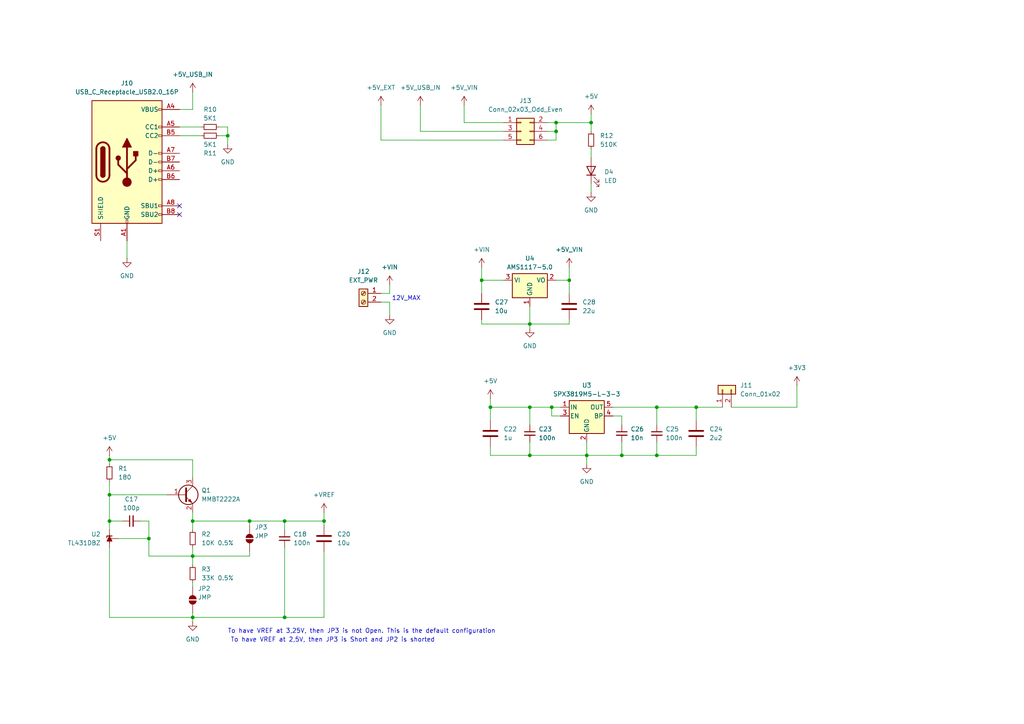
<source format=kicad_sch>
(kicad_sch (version 20231120) (generator "eeschema") (generator_version "8.0")
  (paper "A4")
  (lib_symbols
    (symbol "Connector:Screw_Terminal_01x02" (pin_names (offset 1.016) hide)
      (property "Reference" "J" (at 0 2.54 0))
      (property "Value" "Screw_Terminal_01x02" (at 0 -5.08 0))
      (symbol "Screw_Terminal_01x02_1_1"
        (rectangle (start -1.27 1.27) (end 1.27 -3.81) (stroke (width 0.254)) (fill (type background)))
        (circle (center 0 -2.54) (radius 0.635) (stroke (width 0.1524)))
        (polyline (pts (xy -0.5334 -2.2098) (xy 0.3302 -3.048)) (stroke (width 0.1524)))
        (polyline (pts (xy -0.5334 0.3302) (xy 0.3302 -0.508)) (stroke (width 0.1524)))
        (polyline (pts (xy -0.3556 -2.032) (xy 0.508 -2.8702)) (stroke (width 0.1524)))
        (polyline (pts (xy -0.3556 0.508) (xy 0.508 -0.3302)) (stroke (width 0.1524)))
        (circle (center 0 0) (radius 0.635) (stroke (width 0.1524)))
        (pin passive line (at -5.08 0 0) (length 3.81) (name "Pin_1") (number "1"))
        (pin passive line (at -5.08 -2.54 0) (length 3.81) (name "Pin_2") (number "2"))
      )
    )
    (symbol "Connector:USB_C_Receptacle_USB2.0_16P" (pin_names (offset 1.016))
      (property "Reference" "J" (at 0 22.225 0))
      (property "Value" "USB_C_Receptacle_USB2.0_16P" (at 0 19.685 0))
      (symbol "USB_C_Receptacle_USB2.0_16P_0_0"
        (rectangle (start -0.254 -17.78) (end 0.254 -16.764))
        (rectangle (start 10.16 -14.986) (end 9.144 -15.494))
        (rectangle (start 10.16 -12.446) (end 9.144 -12.954))
        (rectangle (start 10.16 -4.826) (end 9.144 -5.334))
        (rectangle (start 10.16 -2.286) (end 9.144 -2.794))
        (rectangle (start 10.16 0.254) (end 9.144 -0.254))
        (rectangle (start 10.16 2.794) (end 9.144 2.286))
        (rectangle (start 10.16 7.874) (end 9.144 7.366))
        (rectangle (start 10.16 10.414) (end 9.144 9.906))
        (rectangle (start 10.16 15.494) (end 9.144 14.986))
      )
      (symbol "USB_C_Receptacle_USB2.0_16P_0_1"
        (rectangle (start -10.16 17.78) (end 10.16 -17.78) (stroke (width 0.254)) (fill (type background)))
        (arc (start -8.89 -3.81) (mid -6.985 -5.7067) (end -5.08 -3.81) (stroke (width 0.508)))
        (arc (start -7.62 -3.81) (mid -6.985 -4.4423) (end -6.35 -3.81) (stroke (width 0.254)))
        (arc (start -7.62 -3.81) (mid -6.985 -4.4423) (end -6.35 -3.81) (stroke (width 0.254)) (fill (type outline)))
        (rectangle (start -7.62 -3.81) (end -6.35 3.81) (stroke (width 0.254)) (fill (type outline)))
        (arc (start -6.35 3.81) (mid -6.985 4.4423) (end -7.62 3.81) (stroke (width 0.254)))
        (arc (start -6.35 3.81) (mid -6.985 4.4423) (end -7.62 3.81) (stroke (width 0.254)) (fill (type outline)))
        (arc (start -5.08 3.81) (mid -6.985 5.7067) (end -8.89 3.81) (stroke (width 0.508)))
        (circle (center -2.54 1.143) (radius 0.635) (stroke (width 0.254)) (fill (type outline)))
        (circle (center 0 -5.842) (radius 1.27) (fill (type outline)))
        (polyline (pts (xy -8.89 -3.81) (xy -8.89 3.81)) (stroke (width 0.508)))
        (polyline (pts (xy -5.08 3.81) (xy -5.08 -3.81)) (stroke (width 0.508)))
        (polyline (pts (xy 0 -5.842) (xy 0 4.318)) (stroke (width 0.508)))
        (polyline (pts (xy 0 -3.302) (xy -2.54 -0.762) (xy -2.54 0.508)) (stroke (width 0.508)))
        (polyline (pts (xy 0 -2.032) (xy 2.54 0.508) (xy 2.54 1.778)) (stroke (width 0.508)))
        (polyline (pts (xy -1.27 4.318) (xy 0 6.858) (xy 1.27 4.318) (xy -1.27 4.318)) (stroke (width 0.254)) (fill (type outline)))
        (rectangle (start 1.905 1.778) (end 3.175 3.048) (stroke (width 0.254)) (fill (type outline)))
      )
      (symbol "USB_C_Receptacle_USB2.0_16P_1_1"
        (pin passive line (at 0 -22.86 90) (length 5.08) (name "GND") (number "A1"))
        (pin passive line (at 0 -22.86 90) (length 5.08) hide (name "GND") (number "A12"))
        (pin passive line (at 15.24 15.24 180) (length 5.08) (name "VBUS") (number "A4"))
        (pin bidirectional line (at 15.24 10.16 180) (length 5.08) (name "CC1") (number "A5"))
        (pin bidirectional line (at 15.24 -2.54 180) (length 5.08) (name "D+") (number "A6"))
        (pin bidirectional line (at 15.24 2.54 180) (length 5.08) (name "D-") (number "A7"))
        (pin bidirectional line (at 15.24 -12.7 180) (length 5.08) (name "SBU1") (number "A8"))
        (pin passive line (at 15.24 15.24 180) (length 5.08) hide (name "VBUS") (number "A9"))
        (pin passive line (at 0 -22.86 90) (length 5.08) hide (name "GND") (number "B1"))
        (pin passive line (at 0 -22.86 90) (length 5.08) hide (name "GND") (number "B12"))
        (pin passive line (at 15.24 15.24 180) (length 5.08) hide (name "VBUS") (number "B4"))
        (pin bidirectional line (at 15.24 7.62 180) (length 5.08) (name "CC2") (number "B5"))
        (pin bidirectional line (at 15.24 -5.08 180) (length 5.08) (name "D+") (number "B6"))
        (pin bidirectional line (at 15.24 0 180) (length 5.08) (name "D-") (number "B7"))
        (pin bidirectional line (at 15.24 -15.24 180) (length 5.08) (name "SBU2") (number "B8"))
        (pin passive line (at 15.24 15.24 180) (length 5.08) hide (name "VBUS") (number "B9"))
        (pin passive line (at -7.62 -22.86 90) (length 5.08) (name "SHIELD") (number "S1"))
      )
    )
    (symbol "Connector_Generic:Conn_01x02" (pin_names (offset 1.016) hide)
      (property "Reference" "J" (at 0 2.54 0))
      (property "Value" "Conn_01x02" (at 0 -5.08 0))
      (symbol "Conn_01x02_1_1"
        (rectangle (start -1.27 -2.413) (end 0 -2.667) (stroke (width 0.1524)))
        (rectangle (start -1.27 0.127) (end 0 -0.127) (stroke (width 0.1524)))
        (rectangle (start -1.27 1.27) (end 1.27 -3.81) (stroke (width 0.254)) (fill (type background)))
        (pin passive line (at -5.08 0 0) (length 3.81) (name "Pin_1") (number "1"))
        (pin passive line (at -5.08 -2.54 0) (length 3.81) (name "Pin_2") (number "2"))
      )
    )
    (symbol "Connector_Generic:Conn_02x03_Odd_Even" (pin_names (offset 1.016) hide)
      (property "Reference" "J" (at 1.27 5.08 0))
      (property "Value" "Conn_02x03_Odd_Even" (at 1.27 -5.08 0))
      (symbol "Conn_02x03_Odd_Even_1_1"
        (rectangle (start -1.27 -2.413) (end 0 -2.667) (stroke (width 0.1524)))
        (rectangle (start -1.27 0.127) (end 0 -0.127) (stroke (width 0.1524)))
        (rectangle (start -1.27 2.667) (end 0 2.413) (stroke (width 0.1524)))
        (rectangle (start -1.27 3.81) (end 3.81 -3.81) (stroke (width 0.254)) (fill (type background)))
        (rectangle (start 3.81 -2.413) (end 2.54 -2.667) (stroke (width 0.1524)))
        (rectangle (start 3.81 0.127) (end 2.54 -0.127) (stroke (width 0.1524)))
        (rectangle (start 3.81 2.667) (end 2.54 2.413) (stroke (width 0.1524)))
        (pin passive line (at -5.08 2.54 0) (length 3.81) (name "Pin_1") (number "1"))
        (pin passive line (at 7.62 2.54 180) (length 3.81) (name "Pin_2") (number "2"))
        (pin passive line (at -5.08 0 0) (length 3.81) (name "Pin_3") (number "3"))
        (pin passive line (at 7.62 0 180) (length 3.81) (name "Pin_4") (number "4"))
        (pin passive line (at -5.08 -2.54 0) (length 3.81) (name "Pin_5") (number "5"))
        (pin passive line (at 7.62 -2.54 180) (length 3.81) (name "Pin_6") (number "6"))
      )
    )
    (symbol "Device:C" (pin_numbers hide) (pin_names (offset 0.254))
      (property "Reference" "C" (at 0.635 2.54 0))
      (property "Value" "C" (at 0.635 -2.54 0))
      (symbol "C_0_1"
        (polyline (pts (xy -2.032 -0.762) (xy 2.032 -0.762)) (stroke (width 0.508)))
        (polyline (pts (xy -2.032 0.762) (xy 2.032 0.762)) (stroke (width 0.508)))
      )
      (symbol "C_1_1"
        (pin passive line (at 0 3.81 270) (length 2.794) (name "~") (number "1"))
        (pin passive line (at 0 -3.81 90) (length 2.794) (name "~") (number "2"))
      )
    )
    (symbol "Device:C_Small" (pin_numbers hide) (pin_names (offset 0.254) hide)
      (property "Reference" "C" (at 0.254 1.778 0))
      (property "Value" "C_Small" (at 0.254 -2.032 0))
      (symbol "C_Small_0_1"
        (polyline (pts (xy -1.524 -0.508) (xy 1.524 -0.508)) (stroke (width 0.3302)))
        (polyline (pts (xy -1.524 0.508) (xy 1.524 0.508)) (stroke (width 0.3048)))
      )
      (symbol "C_Small_1_1"
        (pin passive line (at 0 2.54 270) (length 2.032) (name "~") (number "1"))
        (pin passive line (at 0 -2.54 90) (length 2.032) (name "~") (number "2"))
      )
    )
    (symbol "Device:LED" (pin_numbers hide) (pin_names (offset 1.016) hide)
      (property "Reference" "D" (at 0 2.54 0))
      (property "Value" "LED" (at 0 -2.54 0))
      (symbol "LED_0_1"
        (polyline (pts (xy -1.27 -1.27) (xy -1.27 1.27)) (stroke (width 0.254)))
        (polyline (pts (xy -1.27 0) (xy 1.27 0)))
        (polyline (pts (xy 1.27 -1.27) (xy 1.27 1.27) (xy -1.27 0) (xy 1.27 -1.27)) (stroke (width 0.254)))
        (polyline (pts (xy -3.048 -0.762) (xy -4.572 -2.286) (xy -3.81 -2.286) (xy -4.572 -2.286) (xy -4.572 -1.524)))
        (polyline (pts (xy -1.778 -0.762) (xy -3.302 -2.286) (xy -2.54 -2.286) (xy -3.302 -2.286) (xy -3.302 -1.524)))
      )
      (symbol "LED_1_1"
        (pin passive line (at -3.81 0 0) (length 2.54) (name "K") (number "1"))
        (pin passive line (at 3.81 0 180) (length 2.54) (name "A") (number "2"))
      )
    )
    (symbol "Device:R_Small" (pin_numbers hide) (pin_names (offset 0.254) hide)
      (property "Reference" "R" (at 0.762 0.508 0))
      (property "Value" "R_Small" (at 0.762 -1.016 0))
      (symbol "R_Small_0_1"
        (rectangle (start -0.762 1.778) (end 0.762 -1.778) (stroke (width 0.2032)))
      )
      (symbol "R_Small_1_1"
        (pin passive line (at 0 2.54 270) (length 0.762) (name "~") (number "1"))
        (pin passive line (at 0 -2.54 90) (length 0.762) (name "~") (number "2"))
      )
    )
    (symbol "Jumper:SolderJumper_2_Open" (pin_numbers hide) (pin_names (offset 0) hide) (exclude_from_sim yes) (in_bom no)
      (property "Reference" "JP" (at 0 2.032 0))
      (property "Value" "SolderJumper_2_Open" (at 0 -2.54 0))
      (symbol "SolderJumper_2_Open_0_1"
        (arc (start -0.254 1.016) (mid -1.2656 0) (end -0.254 -1.016))
        (arc (start -0.254 1.016) (mid -1.2656 0) (end -0.254 -1.016) (fill (type outline)))
        (polyline (pts (xy -0.254 1.016) (xy -0.254 -1.016)))
        (polyline (pts (xy 0.254 1.016) (xy 0.254 -1.016)))
        (arc (start 0.254 -1.016) (mid 1.2656 0) (end 0.254 1.016))
        (arc (start 0.254 -1.016) (mid 1.2656 0) (end 0.254 1.016) (fill (type outline)))
      )
      (symbol "SolderJumper_2_Open_1_1"
        (pin passive line (at -3.81 0 0) (length 2.54) (name "A") (number "1"))
        (pin passive line (at 3.81 0 180) (length 2.54) (name "B") (number "2"))
      )
    )
    (symbol "Reference_Voltage:TL431DBZ" (pin_numbers hide) (pin_names hide)
      (property "Reference" "U" (at -2.54 2.54 0))
      (property "Value" "TL431DBZ" (at 0 -2.54 0))
      (symbol "TL431DBZ_0_1"
        (polyline (pts (xy -1.27 0) (xy 0 0) (xy 1.27 0)))
        (polyline (pts (xy -0.762 -0.762) (xy -0.762 0.762) (xy 0.762 0) (xy -0.762 -0.762)) (fill (type outline)))
        (polyline (pts (xy 0.254 -0.762) (xy 0.762 -0.762) (xy 0.762 0.762) (xy 0.762 0.762)) (stroke (width 0.254)))
      )
      (symbol "TL431DBZ_1_1"
        (pin passive line (at 2.54 0 180) (length 2.54) (name "K") (number "1"))
        (pin passive line (at 0 2.54 270) (length 2.54) (name "REF") (number "2"))
        (pin passive line (at -2.54 0 0) (length 2.54) (name "A") (number "3"))
      )
    )
    (symbol "Regulator_Linear:AMS1117-5.0"
      (property "Reference" "U" (at -3.81 3.175 0))
      (property "Value" "AMS1117-5.0" (at 0 3.175 0))
      (symbol "AMS1117-5.0_0_1"
        (rectangle (start -5.08 -5.08) (end 5.08 1.905) (stroke (width 0.254)) (fill (type background)))
      )
      (symbol "AMS1117-5.0_1_1"
        (pin power_in line (at 0 -7.62 90) (length 2.54) (name "GND") (number "1"))
        (pin power_out line (at 7.62 0 180) (length 2.54) (name "VO") (number "2"))
        (pin power_in line (at -7.62 0 0) (length 2.54) (name "VI") (number "3"))
      )
    )
    (symbol "Regulator_Linear:SPX3819M5-L-3-3" (pin_names (offset 0.254))
      (property "Reference" "U" (at -3.81 5.715 0))
      (property "Value" "SPX3819M5-L-3-3" (at 0 5.715 0))
      (symbol "SPX3819M5-L-3-3_0_1"
        (rectangle (start -5.08 4.445) (end 5.08 -5.08) (stroke (width 0.254)) (fill (type background)))
      )
      (symbol "SPX3819M5-L-3-3_1_1"
        (pin power_in line (at -7.62 2.54 0) (length 2.54) (name "IN") (number "1"))
        (pin power_in line (at 0 -7.62 90) (length 2.54) (name "GND") (number "2"))
        (pin input line (at -7.62 0 0) (length 2.54) (name "EN") (number "3"))
        (pin input line (at 7.62 0 180) (length 2.54) (name "BP") (number "4"))
        (pin power_out line (at 7.62 2.54 180) (length 2.54) (name "OUT") (number "5"))
      )
    )
    (symbol "Transistor_BJT:MMBT2222A" (pin_names (offset 0) hide)
      (property "Reference" "Q" (at 5.08 1.905 0))
      (property "Value" "MMBT2222A" (at 5.08 0 0))
      (symbol "MMBT2222A_0_1"
        (polyline (pts (xy 0.635 0.635) (xy 2.54 2.54)))
        (polyline (pts (xy 0.635 -0.635) (xy 2.54 -2.54) (xy 2.54 -2.54)))
        (polyline (pts (xy 0.635 1.905) (xy 0.635 -1.905) (xy 0.635 -1.905)) (stroke (width 0.508)))
        (polyline (pts (xy 1.27 -1.778) (xy 1.778 -1.27) (xy 2.286 -2.286) (xy 1.27 -1.778) (xy 1.27 -1.778)) (fill (type outline)))
        (circle (center 1.27 0) (radius 2.8194) (stroke (width 0.254)))
      )
      (symbol "MMBT2222A_1_1"
        (pin input line (at -5.08 0 0) (length 5.715) (name "B") (number "1"))
        (pin passive line (at 2.54 -5.08 90) (length 2.54) (name "E") (number "2"))
        (pin passive line (at 2.54 5.08 270) (length 2.54) (name "C") (number "3"))
      )
    )
    (symbol "power:+3V3" (power) (pin_numbers hide) (pin_names (offset 0) hide)
      (property "Value" "+3V3" (at 0 3.556 0))
      (symbol "+3V3_0_1"
        (polyline (pts (xy -0.762 1.27) (xy 0 2.54)))
        (polyline (pts (xy 0 0) (xy 0 2.54)))
        (polyline (pts (xy 0 2.54) (xy 0.762 1.27)))
      )
      (symbol "+3V3_1_1"
        (pin power_in line (at 0 0 90) (length 0) (name "~") (number "1"))
      )
    )
    (symbol "power:+5V" (power) (pin_numbers hide) (pin_names (offset 0) hide)
      (property "Value" "+5V" (at 0 3.556 0))
      (symbol "+5V_0_1"
        (polyline (pts (xy -0.762 1.27) (xy 0 2.54)))
        (polyline (pts (xy 0 0) (xy 0 2.54)))
        (polyline (pts (xy 0 2.54) (xy 0.762 1.27)))
      )
      (symbol "+5V_1_1"
        (pin power_in line (at 0 0 90) (length 0) (name "~") (number "1"))
      )
    )
    (symbol "power:GND" (power) (pin_numbers hide) (pin_names (offset 0) hide)
      (property "Value" "GND" (at 0 -3.81 0))
      (symbol "GND_0_1"
        (polyline (pts (xy 0 0) (xy 0 -1.27) (xy 1.27 -1.27) (xy 0 -2.54) (xy -1.27 -1.27) (xy 0 -1.27)))
      )
      (symbol "GND_1_1"
        (pin power_in line (at 0 0 270) (length 0) (name "~") (number "1"))
      )
    )
  )
  (junction (at 43.18 156.21))
  (junction (at 161.29 35.56))
  (junction (at 180.34 132.08))
  (junction (at 170.18 132.08))
  (junction (at 165.1 81.28))
  (junction (at 160.02 118.11))
  (junction (at 55.88 151.13))
  (junction (at 142.24 118.11))
  (junction (at 82.55 151.13))
  (junction (at 31.75 133.35))
  (junction (at 171.45 35.56))
  (junction (at 139.7 81.28))
  (junction (at 31.75 143.51))
  (junction (at 66.04 39.37))
  (junction (at 190.5 132.08))
  (junction (at 201.93 118.11))
  (junction (at 153.67 93.98))
  (junction (at 55.88 179.07))
  (junction (at 190.5 118.11))
  (junction (at 72.39 151.13))
  (junction (at 93.98 151.13))
  (junction (at 153.67 132.08))
  (junction (at 153.67 118.11))
  (junction (at 31.75 151.13))
  (junction (at 55.88 161.29))
  (junction (at 161.29 38.1))
  (junction (at 82.55 179.07))
  (no_connect (at 52.07 59.69))
  (no_connect (at 52.07 62.23))
  (wire (pts (xy 55.88 161.29) (xy 55.88 163.83)))
  (wire (pts (xy 113.03 85.09) (xy 113.03 82.55)))
  (wire (pts (xy 231.14 118.11) (xy 212.09 118.11)))
  (wire (pts (xy 34.29 156.21) (xy 43.18 156.21)))
  (wire (pts (xy 231.14 111.76) (xy 231.14 118.11)))
  (wire (pts (xy 139.7 93.98) (xy 153.67 93.98)))
  (wire (pts (xy 139.7 77.47) (xy 139.7 81.28)))
  (wire (pts (xy 31.75 151.13) (xy 35.56 151.13)))
  (wire (pts (xy 171.45 43.18) (xy 171.45 45.72)))
  (wire (pts (xy 153.67 132.08) (xy 170.18 132.08)))
  (wire (pts (xy 161.29 35.56) (xy 171.45 35.56)))
  (wire (pts (xy 170.18 132.08) (xy 180.34 132.08)))
  (wire (pts (xy 170.18 132.08) (xy 170.18 134.62)))
  (wire (pts (xy 146.05 81.28) (xy 139.7 81.28)))
  (wire (pts (xy 58.42 39.37) (xy 52.07 39.37)))
  (wire (pts (xy 190.5 132.08) (xy 201.93 132.08)))
  (wire (pts (xy 82.55 153.67) (xy 82.55 151.13)))
  (wire (pts (xy 58.42 36.83) (xy 52.07 36.83)))
  (wire (pts (xy 31.75 143.51) (xy 48.26 143.51)))
  (wire (pts (xy 139.7 92.71) (xy 139.7 93.98)))
  (wire (pts (xy 139.7 81.28) (xy 139.7 85.09)))
  (wire (pts (xy 160.02 118.11) (xy 153.67 118.11)))
  (wire (pts (xy 43.18 151.13) (xy 40.64 151.13)))
  (wire (pts (xy 55.88 180.34) (xy 55.88 179.07)))
  (wire (pts (xy 43.18 161.29) (xy 55.88 161.29)))
  (wire (pts (xy 31.75 139.7) (xy 31.75 143.51)))
  (wire (pts (xy 82.55 158.75) (xy 82.55 179.07)))
  (wire (pts (xy 93.98 148.59) (xy 93.98 151.13)))
  (wire (pts (xy 142.24 129.54) (xy 142.24 132.08)))
  (wire (pts (xy 190.5 118.11) (xy 190.5 123.19)))
  (wire (pts (xy 55.88 151.13) (xy 72.39 151.13)))
  (wire (pts (xy 165.1 81.28) (xy 165.1 85.09)))
  (wire (pts (xy 55.88 161.29) (xy 72.39 161.29)))
  (wire (pts (xy 31.75 151.13) (xy 31.75 153.67)))
  (wire (pts (xy 161.29 81.28) (xy 165.1 81.28)))
  (wire (pts (xy 158.75 40.64) (xy 161.29 40.64)))
  (wire (pts (xy 121.92 38.1) (xy 146.05 38.1)))
  (wire (pts (xy 31.75 158.75) (xy 31.75 179.07)))
  (wire (pts (xy 93.98 152.4) (xy 93.98 151.13)))
  (wire (pts (xy 160.02 120.65) (xy 160.02 118.11)))
  (wire (pts (xy 36.83 69.85) (xy 36.83 74.93)))
  (wire (pts (xy 142.24 118.11) (xy 142.24 121.92)))
  (wire (pts (xy 162.56 120.65) (xy 160.02 120.65)))
  (wire (pts (xy 82.55 179.07) (xy 93.98 179.07)))
  (wire (pts (xy 177.8 118.11) (xy 190.5 118.11)))
  (wire (pts (xy 201.93 118.11) (xy 209.55 118.11)))
  (wire (pts (xy 142.24 132.08) (xy 153.67 132.08)))
  (wire (pts (xy 55.88 170.18) (xy 55.88 168.91)))
  (wire (pts (xy 153.67 93.98) (xy 165.1 93.98)))
  (wire (pts (xy 153.67 118.11) (xy 142.24 118.11)))
  (wire (pts (xy 43.18 156.21) (xy 43.18 161.29)))
  (wire (pts (xy 153.67 128.27) (xy 153.67 132.08)))
  (wire (pts (xy 72.39 152.4) (xy 72.39 151.13)))
  (wire (pts (xy 93.98 151.13) (xy 82.55 151.13)))
  (wire (pts (xy 31.75 143.51) (xy 31.75 151.13)))
  (wire (pts (xy 153.67 93.98) (xy 153.67 95.25)))
  (wire (pts (xy 153.67 88.9) (xy 153.67 93.98)))
  (wire (pts (xy 180.34 120.65) (xy 177.8 120.65)))
  (wire (pts (xy 63.5 39.37) (xy 66.04 39.37)))
  (wire (pts (xy 55.88 133.35) (xy 55.88 138.43)))
  (wire (pts (xy 93.98 160.02) (xy 93.98 179.07)))
  (wire (pts (xy 134.62 35.56) (xy 146.05 35.56)))
  (wire (pts (xy 63.5 36.83) (xy 66.04 36.83)))
  (wire (pts (xy 162.56 118.11) (xy 160.02 118.11)))
  (wire (pts (xy 110.49 30.48) (xy 110.49 40.64)))
  (wire (pts (xy 171.45 35.56) (xy 171.45 33.02)))
  (wire (pts (xy 201.93 118.11) (xy 201.93 121.92)))
  (wire (pts (xy 31.75 179.07) (xy 55.88 179.07)))
  (wire (pts (xy 134.62 30.48) (xy 134.62 35.56)))
  (wire (pts (xy 31.75 133.35) (xy 31.75 134.62)))
  (wire (pts (xy 82.55 151.13) (xy 72.39 151.13)))
  (wire (pts (xy 153.67 118.11) (xy 153.67 123.19)))
  (wire (pts (xy 161.29 40.64) (xy 161.29 38.1)))
  (wire (pts (xy 121.92 30.48) (xy 121.92 38.1)))
  (wire (pts (xy 171.45 35.56) (xy 171.45 38.1)))
  (wire (pts (xy 55.88 179.07) (xy 82.55 179.07)))
  (wire (pts (xy 52.07 31.75) (xy 55.88 31.75)))
  (wire (pts (xy 170.18 128.27) (xy 170.18 132.08)))
  (wire (pts (xy 66.04 36.83) (xy 66.04 39.37)))
  (wire (pts (xy 190.5 118.11) (xy 201.93 118.11)))
  (wire (pts (xy 110.49 85.09) (xy 113.03 85.09)))
  (wire (pts (xy 201.93 129.54) (xy 201.93 132.08)))
  (wire (pts (xy 110.49 40.64) (xy 146.05 40.64)))
  (wire (pts (xy 171.45 53.34) (xy 171.45 55.88)))
  (wire (pts (xy 66.04 39.37) (xy 66.04 41.91)))
  (wire (pts (xy 31.75 132.08) (xy 31.75 133.35)))
  (wire (pts (xy 113.03 87.63) (xy 113.03 91.44)))
  (wire (pts (xy 180.34 128.27) (xy 180.34 132.08)))
  (wire (pts (xy 142.24 115.57) (xy 142.24 118.11)))
  (wire (pts (xy 165.1 92.71) (xy 165.1 93.98)))
  (wire (pts (xy 110.49 87.63) (xy 113.03 87.63)))
  (wire (pts (xy 55.88 151.13) (xy 55.88 153.67)))
  (wire (pts (xy 158.75 35.56) (xy 161.29 35.56)))
  (wire (pts (xy 161.29 38.1) (xy 161.29 35.56)))
  (wire (pts (xy 180.34 123.19) (xy 180.34 120.65)))
  (wire (pts (xy 55.88 148.59) (xy 55.88 151.13)))
  (wire (pts (xy 55.88 31.75) (xy 55.88 26.67)))
  (wire (pts (xy 72.39 161.29) (xy 72.39 160.02)))
  (wire (pts (xy 158.75 38.1) (xy 161.29 38.1)))
  (wire (pts (xy 180.34 132.08) (xy 190.5 132.08)))
  (wire (pts (xy 55.88 179.07) (xy 55.88 177.8)))
  (wire (pts (xy 165.1 77.47) (xy 165.1 81.28)))
  (wire (pts (xy 31.75 133.35) (xy 55.88 133.35)))
  (wire (pts (xy 55.88 158.75) (xy 55.88 161.29)))
  (wire (pts (xy 190.5 128.27) (xy 190.5 132.08)))
  (wire (pts (xy 43.18 156.21) (xy 43.18 151.13)))
  (text "To have VREF at 2,5V, then JP3 is Short and JP2 is shorted" (at 96.52 185.674 0) (effects (font (size 1.27 1.27))))
  (text "To have VREF at 3,25V, then JP3 is not Open. This is the default configuration" (at 104.902 183.134 0) (effects (font (size 1.27 1.27))))
  (text "12V_MAX" (at 117.856 86.614 0) (effects (font (size 1.27 1.27))))
  (symbol (lib_id "Device:R_Small") (at 60.96 36.83 90) (unit 1)
    (property "Reference" "R10" (at 60.96 31.75 90))
    (property "Value" "5K1" (at 60.96 34.29 90))
    (property "Footprint" "Resistor_SMD:R_0603_1608Metric" (effects (hide yes)))
    (property "Description" "Resistor, small symbol" (effects (hide yes)))
  )
  (symbol (lib_id "power:+5V") (at 55.88 26.67 0) (unit 1)
    (property "Reference" "#PWR059" (effects (hide yes)))
    (property "Value" "+5V_USB_IN" (at 55.88 21.59 0))
    (property "Description" "Power symbol creates a global label with name \"+5V\"" (effects (hide yes)))
  )
  (symbol (lib_id "power:+5V") (at 139.7 77.47 0) (unit 1)
    (property "Reference" "#PWR053" (effects (hide yes)))
    (property "Value" "+VIN" (at 139.7 72.39 0))
    (property "Description" "Power symbol creates a global label with name \"+5V\"" (effects (hide yes)))
  )
  (symbol (lib_id "Jumper:SolderJumper_2_Open") (at 55.88 173.99 90) (unit 1) (exclude_from_sim yes) (in_bom no)
    (property "Reference" "JP2" (at 57.404 170.688 90) (effects (justify right)))
    (property "Value" "JMP" (at 57.404 173.228 90) (effects (justify right)))
    (property "Footprint" "Jumper:SolderJumper-2_P1.3mm_Open_RoundedPad1.0x1.5mm" (effects (hide yes)))
    (property "Description" "Solder Jumper, 2-pole, open" (effects (hide yes)))
  )
  (symbol (lib_id "Connector_Generic:Conn_02x03_Odd_Even") (at 151.13 38.1 0) (unit 1)
    (property "Reference" "J13" (at 152.4 29.21 0))
    (property "Value" "Conn_02x03_Odd_Even" (at 152.4 31.75 0))
    (property "Footprint" "Connector_PinHeader_2.54mm:PinHeader_2x03_P2.54mm_Vertical" (effects (hide yes)))
    (property "Description" "Generic connector, double row, 02x03, odd/even pin numbering scheme (row 1 odd numbers, row 2 even numbers), script generated (kicad-library-utils/schlib/autogen/connector/)" (effects (hide yes)))
  )
  (symbol (lib_id "power:GND") (at 170.18 134.62 0) (unit 1)
    (property "Reference" "#PWR048" (effects (hide yes)))
    (property "Value" "GND" (at 170.18 139.7 0))
    (property "Description" "Power symbol creates a global label with name \"GND\" , ground" (effects (hide yes)))
  )
  (symbol (lib_id "Device:C_Small") (at 38.1 151.13 90) (unit 1)
    (property "Reference" "C17" (at 38.1063 144.78 90))
    (property "Value" "100p" (at 38.1063 147.32 90))
    (property "Footprint" "Capacitor_SMD:C_0603_1608Metric" (effects (hide yes)))
    (property "Description" "Unpolarized capacitor, small symbol" (effects (hide yes)))
  )
  (symbol (lib_id "Connector_Generic:Conn_01x02") (at 209.55 113.03 90) (unit 1)
    (property "Reference" "J11" (at 214.63 111.7599 90) (effects (justify right)))
    (property "Value" "Conn_01x02" (at 214.63 114.2999 90) (effects (justify right)))
    (property "Footprint" "Connector_PinHeader_2.54mm:PinHeader_1x02_P2.54mm_Vertical" (effects (hide yes)))
    (property "Description" "Generic connector, single row, 01x02, script generated (kicad-library-utils/schlib/autogen/connector/)" (effects (hide yes)))
  )
  (symbol (lib_id "Device:C") (at 165.1 88.9 0) (unit 1)
    (property "Reference" "C28" (at 168.91 87.6299 0) (effects (justify left)))
    (property "Value" "22u" (at 168.91 90.1699 0) (effects (justify left)))
    (property "Footprint" "Capacitor_SMD:C_0805_2012Metric" (effects (hide yes)))
    (property "Description" "Unpolarized capacitor" (effects (hide yes)))
  )
  (symbol (lib_id "Device:R_Small") (at 31.75 137.16 0) (unit 1)
    (property "Reference" "R1" (at 34.29 135.8899 0) (effects (justify left)))
    (property "Value" "180" (at 34.29 138.4299 0) (effects (justify left)))
    (property "Footprint" "Resistor_SMD:R_0603_1608Metric" (effects (hide yes)))
    (property "Description" "Resistor, small symbol" (effects (hide yes)))
  )
  (symbol (lib_id "Device:C_Small") (at 82.55 156.21 180) (unit 1)
    (property "Reference" "C18" (at 85.09 154.9335 0) (effects (justify right)))
    (property "Value" "100n" (at 85.09 157.4735 0) (effects (justify right)))
    (property "Footprint" "Capacitor_SMD:C_0603_1608Metric" (effects (hide yes)))
    (property "Description" "Unpolarized capacitor, small symbol" (effects (hide yes)))
  )
  (symbol (lib_id "Connector:USB_C_Receptacle_USB2.0_16P") (at 36.83 46.99 0) (unit 1)
    (property "Reference" "J10" (at 36.83 24.13 0))
    (property "Value" "USB_C_Receptacle_USB2.0_16P" (at 36.83 26.67 0))
    (property "Footprint" "Connector_USB:USB_C_Receptacle_G-Switch_GT-USB-7010ASV" (effects (hide yes)))
    (property "Datasheet" "https://www.usb.org/sites/default/files/documents/usb_type-c.zip" (effects (hide yes)))
    (property "Description" "USB 2.0-only 16P Type-C Receptacle connector" (effects (hide yes)))
  )
  (symbol (lib_id "Connector:Screw_Terminal_01x02") (at 105.41 85.09 0) (mirror y) (unit 1)
    (property "Reference" "J12" (at 105.41 78.74 0))
    (property "Value" "EXT_PWR" (at 105.41 81.28 0))
    (property "Footprint" "TerminalBlock:TerminalBlock_bornier-2_P5.08mm" (effects (hide yes)))
    (property "Description" "Generic screw terminal, single row, 01x02, script generated (kicad-library-utils/schlib/autogen/connector/)" (effects (hide yes)))
  )
  (symbol (lib_id "power:+5V") (at 134.62 30.48 0) (unit 1)
    (property "Reference" "#PWR057" (effects (hide yes)))
    (property "Value" "+5V_VIN" (at 134.62 25.4 0))
    (property "Description" "Power symbol creates a global label with name \"+5V\"" (effects (hide yes)))
  )
  (symbol (lib_id "power:+5V") (at 171.45 33.02 0) (unit 1)
    (property "Reference" "#PWR054" (effects (hide yes)))
    (property "Value" "+5V" (at 171.45 27.94 0))
    (property "Description" "Power symbol creates a global label with name \"+5V\"" (effects (hide yes)))
  )
  (symbol (lib_id "Device:C_Small") (at 180.34 125.73 0) (unit 1)
    (property "Reference" "C26" (at 182.88 124.4662 0) (effects (justify left)))
    (property "Value" "10n" (at 182.88 127.0062 0) (effects (justify left)))
    (property "Footprint" "Capacitor_SMD:C_0603_1608Metric" (effects (hide yes)))
    (property "Description" "Unpolarized capacitor, small symbol" (effects (hide yes)))
  )
  (symbol (lib_id "Device:C") (at 139.7 88.9 0) (unit 1)
    (property "Reference" "C27" (at 143.51 87.6299 0) (effects (justify left)))
    (property "Value" "10u" (at 143.51 90.1699 0) (effects (justify left)))
    (property "Footprint" "Capacitor_SMD:C_0805_2012Metric" (effects (hide yes)))
    (property "Description" "Unpolarized capacitor" (effects (hide yes)))
  )
  (symbol (lib_id "Device:C_Small") (at 190.5 125.73 0) (unit 1)
    (property "Reference" "C25" (at 193.04 124.4662 0) (effects (justify left)))
    (property "Value" "100n" (at 193.04 127.0062 0) (effects (justify left)))
    (property "Footprint" "Capacitor_SMD:C_0603_1608Metric" (effects (hide yes)))
    (property "Description" "Unpolarized capacitor, small symbol" (effects (hide yes)))
  )
  (symbol (lib_id "power:GND") (at 66.04 41.91 0) (unit 1)
    (property "Reference" "#PWR047" (effects (hide yes)))
    (property "Value" "GND" (at 66.04 46.99 0))
    (property "Description" "Power symbol creates a global label with name \"GND\" , ground" (effects (hide yes)))
  )
  (symbol (lib_id "Device:C_Small") (at 153.67 125.73 0) (unit 1)
    (property "Reference" "C23" (at 156.21 124.4662 0) (effects (justify left)))
    (property "Value" "100n" (at 156.21 127.0062 0) (effects (justify left)))
    (property "Footprint" "Capacitor_SMD:C_0603_1608Metric" (effects (hide yes)))
    (property "Description" "Unpolarized capacitor, small symbol" (effects (hide yes)))
  )
  (symbol (lib_id "Device:R_Small") (at 60.96 39.37 90) (mirror x) (unit 1)
    (property "Reference" "R11" (at 60.96 44.45 90))
    (property "Value" "5K1" (at 60.96 41.91 90))
    (property "Footprint" "Resistor_SMD:R_0603_1608Metric" (effects (hide yes)))
    (property "Description" "Resistor, small symbol" (effects (hide yes)))
  )
  (symbol (lib_id "Device:R_Small") (at 55.88 156.21 0) (unit 1)
    (property "Reference" "R2" (at 58.42 154.9399 0) (effects (justify left)))
    (property "Value" "10K 0.5%" (at 58.42 157.4799 0) (effects (justify left)))
    (property "Footprint" "Resistor_SMD:R_0603_1608Metric" (effects (hide yes)))
    (property "Description" "Resistor, small symbol" (effects (hide yes)))
  )
  (symbol (lib_id "power:GND") (at 36.83 74.93 0) (unit 1)
    (property "Reference" "#PWR045" (effects (hide yes)))
    (property "Value" "GND" (at 36.83 80.01 0))
    (property "Description" "Power symbol creates a global label with name \"GND\" , ground" (effects (hide yes)))
  )
  (symbol (lib_id "power:+5V") (at 121.92 30.48 0) (unit 1)
    (property "Reference" "#PWR056" (effects (hide yes)))
    (property "Value" "+5V_USB_IN" (at 121.92 25.4 0))
    (property "Description" "Power symbol creates a global label with name \"+5V\"" (effects (hide yes)))
  )
  (symbol (lib_id "power:+5V") (at 31.75 132.08 0) (unit 1)
    (property "Reference" "#PWR028" (effects (hide yes)))
    (property "Value" "+5V" (at 31.75 127 0))
    (property "Description" "Power symbol creates a global label with name \"+5V\"" (effects (hide yes)))
  )
  (symbol (lib_id "power:+5V") (at 142.24 115.57 0) (unit 1)
    (property "Reference" "#PWR050" (effects (hide yes)))
    (property "Value" "+5V" (at 142.24 110.49 0))
    (property "Description" "Power symbol creates a global label with name \"+5V\"" (effects (hide yes)))
  )
  (symbol (lib_id "Device:LED") (at 171.45 49.53 90) (unit 1)
    (property "Reference" "D4" (at 175.26 49.8474 90) (effects (justify right)))
    (property "Value" "LED" (at 175.26 52.3874 90) (effects (justify right)))
    (property "Footprint" "LED_SMD:LED_0805_2012Metric" (effects (hide yes)))
    (property "Description" "Light emitting diode" (effects (hide yes)))
  )
  (symbol (lib_id "power:+3V3") (at 93.98 148.59 0) (unit 1)
    (property "Reference" "#PWR031" (effects (hide yes)))
    (property "Value" "+VREF" (at 93.98 143.51 0))
    (property "Description" "Power symbol creates a global label with name \"+3V3\"" (effects (hide yes)))
  )
  (symbol (lib_id "Transistor_BJT:MMBT2222A") (at 53.34 143.51 0) (unit 1)
    (property "Reference" "Q1" (at 58.42 142.2399 0) (effects (justify left)))
    (property "Value" "MMBT2222A" (at 58.42 144.7799 0) (effects (justify left)))
    (property "Footprint" "Package_TO_SOT_SMD:SOT-23" (effects (hide yes)))
    (property "Datasheet" "https://assets.nexperia.com/documents/data-sheet/MMBT2222A.pdf" (effects (hide yes)))
    (property "Description" "600mA Ic, 40V Vce, NPN Transistor, SOT-23" (effects (hide yes)))
  )
  (symbol (lib_id "Regulator_Linear:SPX3819M5-L-3-3") (at 170.18 120.65 0) (unit 1)
    (property "Reference" "U3" (at 170.18 111.76 0))
    (property "Value" "SPX3819M5-L-3-3" (at 170.18 114.3 0))
    (property "Footprint" "Package_TO_SOT_SMD:SOT-23-5" (effects (hide yes)))
    (property "Datasheet" "https://www.exar.com/content/document.ashx?id=22106&languageid=1033&type=Datasheet&partnumber=SPX3819&filename=SPX3819.pdf&part=SPX3819" (effects (hide yes)))
    (property "Description" "500mA Low drop-out regulator, Fixed Output 3.3V, SOT-23-5" (effects (hide yes)))
  )
  (symbol (lib_id "Regulator_Linear:AMS1117-5.0") (at 153.67 81.28 0) (unit 1)
    (property "Reference" "U4" (at 153.67 74.93 0))
    (property "Value" "AMS1117-5.0" (at 153.67 77.47 0))
    (property "Footprint" "Package_TO_SOT_SMD:SOT-223-3_TabPin2" (effects (hide yes)))
    (property "Datasheet" "http://www.advanced-monolithic.com/pdf/ds1117.pdf" (effects (hide yes)))
    (property "Description" "1A Low Dropout regulator, positive, 5.0V fixed output, SOT-223" (effects (hide yes)))
  )
  (symbol (lib_id "Reference_Voltage:TL431DBZ") (at 31.75 156.21 270) (mirror x) (unit 1)
    (property "Reference" "U2" (at 29.21 154.9399 90) (effects (justify right)))
    (property "Value" "TL431DBZ" (at 29.21 157.4799 90) (effects (justify right)))
    (property "Footprint" "Package_TO_SOT_SMD:SOT-23" (effects (hide yes)))
    (property "Datasheet" "http://www.ti.com/lit/ds/symlink/tl431.pdf" (effects (hide yes)))
    (property "Description" "Shunt Regulator, SOT-23" (effects (hide yes)))
  )
  (symbol (lib_id "Device:C") (at 201.93 125.73 0) (mirror y) (unit 1)
    (property "Reference" "C24" (at 205.74 124.4599 0) (effects (justify right)))
    (property "Value" "2u2" (at 205.74 126.9999 0) (effects (justify right)))
    (property "Footprint" "Capacitor_SMD:C_0805_2012Metric" (effects (hide yes)))
    (property "Description" "Unpolarized capacitor" (effects (hide yes)))
  )
  (symbol (lib_id "Device:R_Small") (at 55.88 166.37 0) (unit 1)
    (property "Reference" "R3" (at 58.42 165.0999 0) (effects (justify left)))
    (property "Value" "33K 0.5%" (at 58.42 167.6399 0) (effects (justify left)))
    (property "Footprint" "Resistor_SMD:R_0603_1608Metric" (effects (hide yes)))
    (property "Description" "Resistor, small symbol" (effects (hide yes)))
  )
  (symbol (lib_id "power:GND") (at 113.03 91.44 0) (unit 1)
    (property "Reference" "#PWR060" (effects (hide yes)))
    (property "Value" "GND" (at 113.03 96.52 0))
    (property "Description" "Power symbol creates a global label with name \"GND\" , ground" (effects (hide yes)))
  )
  (symbol (lib_id "power:+5V") (at 110.49 30.48 0) (unit 1)
    (property "Reference" "#PWR058" (effects (hide yes)))
    (property "Value" "+5V_EXT" (at 110.49 25.4 0))
    (property "Description" "Power symbol creates a global label with name \"+5V\"" (effects (hide yes)))
  )
  (symbol (lib_id "power:+5V") (at 165.1 77.47 0) (unit 1)
    (property "Reference" "#PWR052" (effects (hide yes)))
    (property "Value" "+5V_VIN" (at 165.1 72.39 0))
    (property "Description" "Power symbol creates a global label with name \"+5V\"" (effects (hide yes)))
  )
  (symbol (lib_id "Device:R_Small") (at 171.45 40.64 0) (unit 1)
    (property "Reference" "R12" (at 173.99 39.3699 0) (effects (justify left)))
    (property "Value" "510K" (at 173.99 41.9099 0) (effects (justify left)))
    (property "Footprint" "Resistor_SMD:R_0603_1608Metric" (effects (hide yes)))
    (property "Description" "Resistor, small symbol" (effects (hide yes)))
  )
  (symbol (lib_id "power:GND") (at 153.67 95.25 0) (unit 1)
    (property "Reference" "#PWR051" (effects (hide yes)))
    (property "Value" "GND" (at 153.67 100.33 0))
    (property "Description" "Power symbol creates a global label with name \"GND\" , ground" (effects (hide yes)))
  )
  (symbol (lib_id "power:+5V") (at 113.03 82.55 0) (unit 1)
    (property "Reference" "#PWR046" (effects (hide yes)))
    (property "Value" "+VIN" (at 113.03 77.47 0))
    (property "Description" "Power symbol creates a global label with name \"+5V\"" (effects (hide yes)))
  )
  (symbol (lib_id "Jumper:SolderJumper_2_Open") (at 72.39 156.21 90) (unit 1) (exclude_from_sim yes) (in_bom no)
    (property "Reference" "JP3" (at 73.914 152.908 90) (effects (justify right)))
    (property "Value" "JMP" (at 73.914 155.448 90) (effects (justify right)))
    (property "Footprint" "Jumper:SolderJumper-2_P1.3mm_Open_RoundedPad1.0x1.5mm" (effects (hide yes)))
    (property "Description" "Solder Jumper, 2-pole, open" (effects (hide yes)))
  )
  (symbol (lib_id "power:GND") (at 55.88 180.34 0) (unit 1)
    (property "Reference" "#PWR030" (effects (hide yes)))
    (property "Value" "GND" (at 55.88 185.42 0))
    (property "Description" "Power symbol creates a global label with name \"GND\" , ground" (effects (hide yes)))
  )
  (symbol (lib_id "power:+3V3") (at 231.14 111.76 0) (unit 1)
    (property "Reference" "#PWR049" (effects (hide yes)))
    (property "Value" "+3V3" (at 231.14 106.68 0))
    (property "Description" "Power symbol creates a global label with name \"+3V3\"" (effects (hide yes)))
  )
  (symbol (lib_id "Device:C") (at 93.98 156.21 0) (unit 1)
    (property "Reference" "C20" (at 97.79 154.9399 0) (effects (justify left)))
    (property "Value" "10u" (at 97.79 157.4799 0) (effects (justify left)))
    (property "Footprint" "Capacitor_SMD:C_0805_2012Metric" (effects (hide yes)))
    (property "Description" "Unpolarized capacitor" (effects (hide yes)))
  )
  (symbol (lib_id "power:GND") (at 171.45 55.88 0) (unit 1)
    (property "Reference" "#PWR055" (effects (hide yes)))
    (property "Value" "GND" (at 171.45 60.96 0))
    (property "Description" "Power symbol creates a global label with name \"GND\" , ground" (effects (hide yes)))
  )
  (symbol (lib_id "Device:C") (at 142.24 125.73 0) (unit 1)
    (property "Reference" "C22" (at 146.05 124.4599 0) (effects (justify left)))
    (property "Value" "1u" (at 146.05 126.9999 0) (effects (justify left)))
    (property "Footprint" "Capacitor_SMD:C_0805_2012Metric" (effects (hide yes)))
    (property "Description" "Unpolarized capacitor" (effects (hide yes)))
  )
)
</source>
